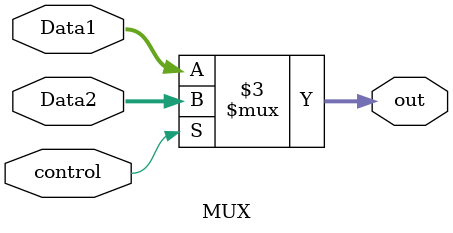
<source format=v>
module testbed;

	// == TESTBED FOR MUX ==

	reg [7:0] Data1, Data2;
	wire [7:0] Out; 
	reg control;

	MUX my_mux(Data1, Data2, control, Out);

	initial
	begin	
		
		Data1=8'b00000011;
		Data2=8'b00000001;
		control=1'b0;
		#1
		$display("control = %b => Data1 = %b Data2 = %b OUT = %b" , control, Data1, Data2, Out);
		control=1'b1;
		#1
		$display("control = %b => Data1 = %b Data2 = %b OUT = %b" , control, Data1, Data2, Out);
		$finish;	
		
	end

endmodule

module MUX (
	input [7:0] Data1,    
	input [7:0] Data2, 
	input control,
	output [7:0] out	
);

reg out;

always @(Data1, Data2, control)
begin
	case (control)
		1'b1:out = Data2;
		default :out = Data1;
	endcase

end

endmodule
</source>
